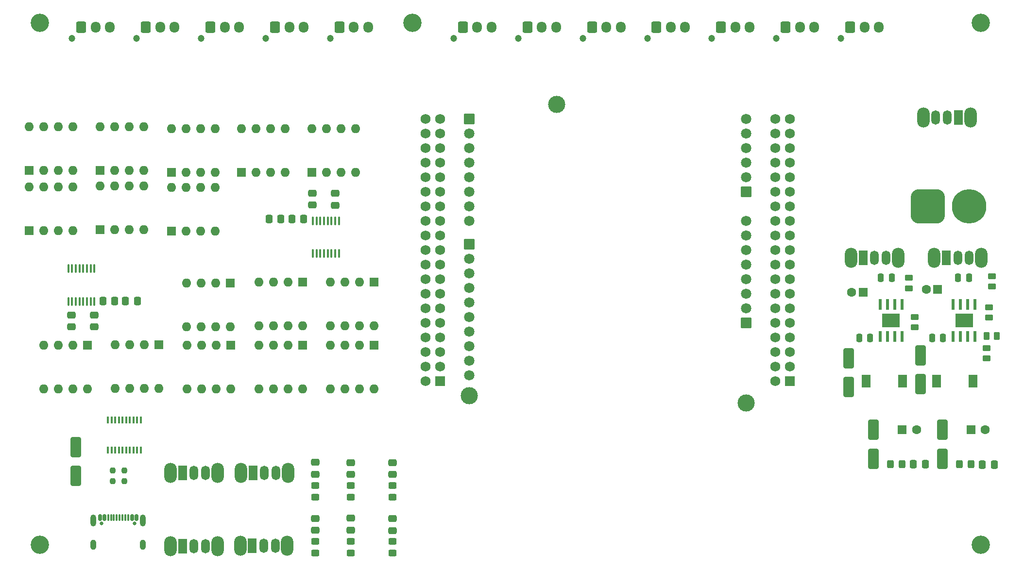
<source format=gbr>
%TF.GenerationSoftware,KiCad,Pcbnew,8.0.5*%
%TF.CreationDate,2024-10-01T19:03:58-07:00*%
%TF.ProjectId,MRIRobot_PCB,4d524952-6f62-46f7-945f-5043422e6b69,rev?*%
%TF.SameCoordinates,Original*%
%TF.FileFunction,Soldermask,Top*%
%TF.FilePolarity,Negative*%
%FSLAX46Y46*%
G04 Gerber Fmt 4.6, Leading zero omitted, Abs format (unit mm)*
G04 Created by KiCad (PCBNEW 8.0.5) date 2024-10-01 19:03:58*
%MOMM*%
%LPD*%
G01*
G04 APERTURE LIST*
G04 Aperture macros list*
%AMRoundRect*
0 Rectangle with rounded corners*
0 $1 Rounding radius*
0 $2 $3 $4 $5 $6 $7 $8 $9 X,Y pos of 4 corners*
0 Add a 4 corners polygon primitive as box body*
4,1,4,$2,$3,$4,$5,$6,$7,$8,$9,$2,$3,0*
0 Add four circle primitives for the rounded corners*
1,1,$1+$1,$2,$3*
1,1,$1+$1,$4,$5*
1,1,$1+$1,$6,$7*
1,1,$1+$1,$8,$9*
0 Add four rect primitives between the rounded corners*
20,1,$1+$1,$2,$3,$4,$5,0*
20,1,$1+$1,$4,$5,$6,$7,0*
20,1,$1+$1,$6,$7,$8,$9,0*
20,1,$1+$1,$8,$9,$2,$3,0*%
G04 Aperture macros list end*
%ADD10RoundRect,0.250000X0.475000X-0.337500X0.475000X0.337500X-0.475000X0.337500X-0.475000X-0.337500X0*%
%ADD11C,1.200000*%
%ADD12RoundRect,0.250000X-0.600000X-0.725000X0.600000X-0.725000X0.600000X0.725000X-0.600000X0.725000X0*%
%ADD13O,1.700000X1.950000*%
%ADD14R,1.600000X1.600000*%
%ADD15O,1.600000X1.600000*%
%ADD16RoundRect,0.250000X-0.450000X0.262500X-0.450000X-0.262500X0.450000X-0.262500X0.450000X0.262500X0*%
%ADD17R,0.610000X1.910000*%
%ADD18R,1.550000X1.205000*%
%ADD19RoundRect,0.250000X0.450000X-0.262500X0.450000X0.262500X-0.450000X0.262500X-0.450000X-0.262500X0*%
%ADD20O,2.200000X3.500000*%
%ADD21R,1.500000X2.500000*%
%ADD22O,1.500000X2.500000*%
%ADD23RoundRect,0.250000X-0.650000X1.500000X-0.650000X-1.500000X0.650000X-1.500000X0.650000X1.500000X0*%
%ADD24RoundRect,0.250000X-0.450000X0.325000X-0.450000X-0.325000X0.450000X-0.325000X0.450000X0.325000X0*%
%ADD25RoundRect,0.250000X0.325000X0.450000X-0.325000X0.450000X-0.325000X-0.450000X0.325000X-0.450000X0*%
%ADD26RoundRect,0.250000X-0.337500X-0.475000X0.337500X-0.475000X0.337500X0.475000X-0.337500X0.475000X0*%
%ADD27C,1.600000*%
%ADD28RoundRect,0.100000X0.100000X-0.637500X0.100000X0.637500X-0.100000X0.637500X-0.100000X-0.637500X0*%
%ADD29RoundRect,0.250000X-0.475000X0.337500X-0.475000X-0.337500X0.475000X-0.337500X0.475000X0.337500X0*%
%ADD30RoundRect,0.250000X0.650000X-1.500000X0.650000X1.500000X-0.650000X1.500000X-0.650000X-1.500000X0*%
%ADD31C,3.200000*%
%ADD32C,3.000000*%
%ADD33RoundRect,0.102000X0.802500X0.802500X-0.802500X0.802500X-0.802500X-0.802500X0.802500X-0.802500X0*%
%ADD34C,1.809000*%
%ADD35RoundRect,0.102000X0.765000X0.765000X-0.765000X0.765000X-0.765000X-0.765000X0.765000X-0.765000X0*%
%ADD36C,1.734000*%
%ADD37RoundRect,0.250000X-0.262500X-0.450000X0.262500X-0.450000X0.262500X0.450000X-0.262500X0.450000X0*%
%ADD38RoundRect,1.500000X-1.500000X-1.500000X1.500000X-1.500000X1.500000X1.500000X-1.500000X1.500000X0*%
%ADD39C,6.000000*%
%ADD40R,0.400000X1.200000*%
%ADD41R,1.500000X2.200000*%
%ADD42RoundRect,0.250000X-0.250000X-0.475000X0.250000X-0.475000X0.250000X0.475000X-0.250000X0.475000X0*%
%ADD43RoundRect,0.250000X0.250000X0.475000X-0.250000X0.475000X-0.250000X-0.475000X0.250000X-0.475000X0*%
%ADD44RoundRect,0.237500X0.237500X-0.250000X0.237500X0.250000X-0.237500X0.250000X-0.237500X-0.250000X0*%
%ADD45RoundRect,0.250000X0.337500X0.475000X-0.337500X0.475000X-0.337500X-0.475000X0.337500X-0.475000X0*%
%ADD46C,0.650000*%
%ADD47RoundRect,0.150000X-0.150000X-0.425000X0.150000X-0.425000X0.150000X0.425000X-0.150000X0.425000X0*%
%ADD48RoundRect,0.075000X-0.075000X-0.500000X0.075000X-0.500000X0.075000X0.500000X-0.075000X0.500000X0*%
%ADD49O,1.000000X2.100000*%
%ADD50O,1.000000X1.800000*%
%ADD51RoundRect,0.100000X-0.100000X0.637500X-0.100000X-0.637500X0.100000X-0.637500X0.100000X0.637500X0*%
G04 APERTURE END LIST*
D10*
%TO.C,C22*%
X109500000Y-103825000D03*
X109500000Y-101750000D03*
%TD*%
D11*
%TO.C,J3*%
X86150000Y-74750000D03*
D12*
X87750000Y-72750000D03*
D13*
X90250000Y-72750000D03*
X92750000Y-72750000D03*
%TD*%
D14*
%TO.C,U18*%
X80950000Y-98050000D03*
D15*
X83490000Y-98050000D03*
X86030000Y-98050000D03*
X88570000Y-98050000D03*
X88570000Y-90430000D03*
X86030000Y-90430000D03*
X83490000Y-90430000D03*
X80950000Y-90430000D03*
%TD*%
D14*
%TO.C,U13*%
X116300000Y-128200000D03*
D15*
X113760000Y-128200000D03*
X111220000Y-128200000D03*
X108680000Y-128200000D03*
X108680000Y-135820000D03*
X111220000Y-135820000D03*
X113760000Y-135820000D03*
X116300000Y-135820000D03*
%TD*%
D16*
%TO.C,R58*%
X224000000Y-116175000D03*
X224000000Y-118000000D03*
%TD*%
D17*
%TO.C,U4*%
X204460000Y-126677500D03*
X205730000Y-126677500D03*
X207000000Y-126677500D03*
X208270000Y-126677500D03*
X208270000Y-121117500D03*
X207000000Y-121117500D03*
X205730000Y-121117500D03*
X204460000Y-121117500D03*
D18*
X205590000Y-124500000D03*
X207140000Y-124500000D03*
X205590000Y-123295000D03*
X207140000Y-123295000D03*
%TD*%
D19*
%TO.C,R63*%
X223000000Y-130530000D03*
X223000000Y-128705000D03*
%TD*%
D20*
%TO.C,SW4*%
X80800000Y-150500000D03*
X89000000Y-150500000D03*
D21*
X82900000Y-150500000D03*
D22*
X84900000Y-150500000D03*
X86900000Y-150500000D03*
%TD*%
D23*
%TO.C,D1*%
X64250000Y-146000000D03*
X64250000Y-151000000D03*
%TD*%
D24*
%TO.C,D12*%
X119500000Y-152662500D03*
X119500000Y-154712500D03*
%TD*%
D25*
%TO.C,D7*%
X220317621Y-149000000D03*
X218267621Y-149000000D03*
%TD*%
D26*
%TO.C,R69*%
X222292621Y-149040000D03*
X224367621Y-149040000D03*
%TD*%
D14*
%TO.C,U14*%
X116300000Y-117200000D03*
D15*
X113760000Y-117200000D03*
X111220000Y-117200000D03*
X108680000Y-117200000D03*
X108680000Y-124820000D03*
X111220000Y-124820000D03*
X113760000Y-124820000D03*
X116300000Y-124820000D03*
%TD*%
D20*
%TO.C,SW2*%
X213900000Y-113000000D03*
X222100000Y-113000000D03*
D21*
X216000000Y-113000000D03*
D22*
X218000000Y-113000000D03*
X220000000Y-113000000D03*
%TD*%
D14*
%TO.C,U10*%
X91300000Y-128200000D03*
D15*
X88760000Y-128200000D03*
X86220000Y-128200000D03*
X83680000Y-128200000D03*
X83680000Y-135820000D03*
X86220000Y-135820000D03*
X88760000Y-135820000D03*
X91300000Y-135820000D03*
%TD*%
D20*
%TO.C,SW7*%
X220250000Y-88500000D03*
X212050000Y-88500000D03*
D21*
X218150000Y-88500000D03*
D22*
X216150000Y-88500000D03*
X214150000Y-88500000D03*
%TD*%
D14*
%TO.C,C11*%
X220317621Y-143000000D03*
D27*
X222817621Y-143000000D03*
%TD*%
D28*
%TO.C,U3*%
X105600000Y-112250000D03*
X106250000Y-112250000D03*
X106900000Y-112250000D03*
X107550000Y-112250000D03*
X108200000Y-112250000D03*
X108850000Y-112250000D03*
X109500000Y-112250000D03*
X110150000Y-112250000D03*
X110150000Y-106525000D03*
X109500000Y-106525000D03*
X108850000Y-106525000D03*
X108200000Y-106525000D03*
X107550000Y-106525000D03*
X106900000Y-106525000D03*
X106250000Y-106525000D03*
X105600000Y-106525000D03*
%TD*%
D14*
%TO.C,C3*%
X214500000Y-118500000D03*
D27*
X212500000Y-118500000D03*
%TD*%
D29*
%TO.C,C23*%
X63500000Y-122962500D03*
X63500000Y-125037500D03*
%TD*%
D17*
%TO.C,U5*%
X217230000Y-126677500D03*
X218500000Y-126677500D03*
X219770000Y-126677500D03*
X221040000Y-126677500D03*
X221040000Y-121117500D03*
X219770000Y-121117500D03*
X218500000Y-121117500D03*
X217230000Y-121117500D03*
D18*
X218360000Y-124500000D03*
X219910000Y-124500000D03*
X218360000Y-123295000D03*
X219910000Y-123295000D03*
%TD*%
D26*
%TO.C,R68*%
X210292621Y-149000000D03*
X212367621Y-149000000D03*
%TD*%
D10*
%TO.C,R6*%
X112250000Y-150787500D03*
X112250000Y-148712500D03*
%TD*%
D30*
%TO.C,D4*%
X203317621Y-148000000D03*
X203317621Y-143000000D03*
%TD*%
D11*
%TO.C,J2*%
X74900000Y-74750000D03*
D12*
X76500000Y-72750000D03*
D13*
X79000000Y-72750000D03*
X81500000Y-72750000D03*
%TD*%
D20*
%TO.C,SW3*%
X93050000Y-150500000D03*
X101250000Y-150500000D03*
D21*
X95150000Y-150500000D03*
D22*
X97150000Y-150500000D03*
X99150000Y-150500000D03*
%TD*%
D14*
%TO.C,U8*%
X78750000Y-128130000D03*
D15*
X76210000Y-128130000D03*
X73670000Y-128130000D03*
X71130000Y-128130000D03*
X71130000Y-135750000D03*
X73670000Y-135750000D03*
X76210000Y-135750000D03*
X78750000Y-135750000D03*
%TD*%
D31*
%TO.C,H5*%
X123000000Y-72000000D03*
%TD*%
D32*
%TO.C,U1*%
X181130000Y-138270000D03*
X148110000Y-86200000D03*
X132870000Y-137000000D03*
D33*
X132870000Y-110580000D03*
D34*
X132870000Y-113120000D03*
X132870000Y-115660000D03*
X132870000Y-118200000D03*
X132870000Y-120740000D03*
X132870000Y-123280000D03*
X132870000Y-125820000D03*
X132870000Y-128360000D03*
X132870000Y-130900000D03*
X132870000Y-133440000D03*
D33*
X181130000Y-124300000D03*
D34*
X181130000Y-121760000D03*
X181130000Y-119220000D03*
X181130000Y-116680000D03*
X181130000Y-114140000D03*
X181130000Y-111600000D03*
X181130000Y-109060000D03*
X181130000Y-106520000D03*
D35*
X188750000Y-134460000D03*
D36*
X186210000Y-134460000D03*
X188750000Y-131920000D03*
X186210000Y-131920000D03*
X188750000Y-129380000D03*
X186210000Y-129380000D03*
X188750000Y-126840000D03*
X186210000Y-126840000D03*
X188750000Y-124300000D03*
X186210000Y-124300000D03*
X188750000Y-121760000D03*
X186210000Y-121760000D03*
X188750000Y-119220000D03*
X186210000Y-119220000D03*
X188750000Y-116680000D03*
X186210000Y-116680000D03*
X188750000Y-114140000D03*
X186210000Y-114140000D03*
X188750000Y-111600000D03*
X186210000Y-111600000D03*
X188750000Y-109060000D03*
X186210000Y-109060000D03*
X188750000Y-106520000D03*
X186210000Y-106520000D03*
X188750000Y-103980000D03*
X186210000Y-103980000D03*
X188750000Y-101440000D03*
X186210000Y-101440000D03*
X188750000Y-98900000D03*
X186210000Y-98900000D03*
X188750000Y-96360000D03*
X186210000Y-96360000D03*
X188750000Y-93820000D03*
X186210000Y-93820000D03*
X188750000Y-91280000D03*
X186210000Y-91280000D03*
X188750000Y-88740000D03*
X186210000Y-88740000D03*
D33*
X181130000Y-101440000D03*
D34*
X181130000Y-98900000D03*
X181130000Y-96360000D03*
X181130000Y-93820000D03*
X181130000Y-91280000D03*
X181130000Y-88740000D03*
D33*
X132870000Y-88740000D03*
D34*
X132870000Y-91280000D03*
X132870000Y-93820000D03*
X132870000Y-96360000D03*
X132870000Y-98900000D03*
X132870000Y-101440000D03*
X132870000Y-103980000D03*
X132870000Y-106520000D03*
D35*
X127790000Y-134460000D03*
D36*
X125250000Y-134460000D03*
X127790000Y-131920000D03*
X125250000Y-131920000D03*
X127790000Y-129380000D03*
X125250000Y-129380000D03*
X127790000Y-126840000D03*
X125250000Y-126840000D03*
X127790000Y-124300000D03*
X125250000Y-124300000D03*
X127790000Y-121760000D03*
X125250000Y-121760000D03*
X127790000Y-119220000D03*
X125250000Y-119220000D03*
X127790000Y-116680000D03*
X125250000Y-116680000D03*
X127790000Y-114140000D03*
X125250000Y-114140000D03*
X127790000Y-111600000D03*
X125250000Y-111600000D03*
X127790000Y-109060000D03*
X125250000Y-109060000D03*
X127790000Y-106520000D03*
X125250000Y-106520000D03*
X127790000Y-103980000D03*
X125250000Y-103980000D03*
X127790000Y-101440000D03*
X125250000Y-101440000D03*
X127790000Y-98900000D03*
X125250000Y-98900000D03*
X127790000Y-96360000D03*
X125250000Y-96360000D03*
X127790000Y-93820000D03*
X125250000Y-93820000D03*
X127790000Y-91280000D03*
X125250000Y-91280000D03*
X127790000Y-88740000D03*
X125250000Y-88740000D03*
%TD*%
D14*
%TO.C,U15*%
X105450000Y-98050000D03*
D15*
X107990000Y-98050000D03*
X110530000Y-98050000D03*
X113070000Y-98050000D03*
X113070000Y-90430000D03*
X110530000Y-90430000D03*
X107990000Y-90430000D03*
X105450000Y-90430000D03*
%TD*%
D16*
%TO.C,R56*%
X209500000Y-116500000D03*
X209500000Y-118325000D03*
%TD*%
D37*
%TO.C,R62*%
X223000000Y-126617500D03*
X224825000Y-126617500D03*
%TD*%
D14*
%TO.C,C10*%
X208317621Y-143000000D03*
D27*
X210817621Y-143000000D03*
%TD*%
D14*
%TO.C,U20*%
X68500000Y-97750000D03*
D15*
X71040000Y-97750000D03*
X73580000Y-97750000D03*
X76120000Y-97750000D03*
X76120000Y-90130000D03*
X73580000Y-90130000D03*
X71040000Y-90130000D03*
X68500000Y-90130000D03*
%TD*%
D30*
%TO.C,D5*%
X215317621Y-148000000D03*
X215317621Y-143000000D03*
%TD*%
D16*
%TO.C,R57*%
X210500000Y-123292500D03*
X210500000Y-125117500D03*
%TD*%
D24*
%TO.C,D9*%
X106000000Y-152687500D03*
X106000000Y-154737500D03*
%TD*%
D14*
%TO.C,U21*%
X56130000Y-97750000D03*
D15*
X58670000Y-97750000D03*
X61210000Y-97750000D03*
X63750000Y-97750000D03*
X63750000Y-90130000D03*
X61210000Y-90130000D03*
X58670000Y-90130000D03*
X56130000Y-90130000D03*
%TD*%
D10*
%TO.C,R74*%
X112250000Y-160462500D03*
X112250000Y-158387500D03*
%TD*%
D38*
%TO.C,J9*%
X212800000Y-104000000D03*
D39*
X220000000Y-104000000D03*
%TD*%
D10*
%TO.C,C27*%
X105500000Y-103787500D03*
X105500000Y-101712500D03*
%TD*%
D11*
%TO.C,J1*%
X63650000Y-74750000D03*
D12*
X65250000Y-72750000D03*
D13*
X67750000Y-72750000D03*
X70250000Y-72750000D03*
%TD*%
D11*
%TO.C,J12*%
X175150000Y-74750000D03*
D12*
X176750000Y-72750000D03*
D13*
X179250000Y-72750000D03*
X181750000Y-72750000D03*
%TD*%
D24*
%TO.C,D11*%
X119500000Y-162437500D03*
X119500000Y-164487500D03*
%TD*%
D10*
%TO.C,R70*%
X106000000Y-160500000D03*
X106000000Y-158425000D03*
%TD*%
D31*
%TO.C,H1*%
X58000000Y-163000000D03*
%TD*%
D11*
%TO.C,J7*%
X130150000Y-74750000D03*
D12*
X131750000Y-72750000D03*
D13*
X134250000Y-72750000D03*
X136750000Y-72750000D03*
%TD*%
D40*
%TO.C,U2*%
X75607500Y-141300000D03*
X74972500Y-141300000D03*
X74337500Y-141300000D03*
X73702500Y-141300000D03*
X73067500Y-141300000D03*
X72432500Y-141300000D03*
X71797500Y-141300000D03*
X71162500Y-141300000D03*
X70527500Y-141300000D03*
X69892500Y-141300000D03*
X69892500Y-146500000D03*
X70527500Y-146500000D03*
X71162500Y-146500000D03*
X71797500Y-146500000D03*
X72432500Y-146500000D03*
X73067500Y-146500000D03*
X73702500Y-146500000D03*
X74337500Y-146500000D03*
X74972500Y-146500000D03*
X75607500Y-146500000D03*
%TD*%
D41*
%TO.C,L1*%
X202000000Y-134500000D03*
X208400000Y-134500000D03*
%TD*%
D42*
%TO.C,C5*%
X218050000Y-116500000D03*
X219950000Y-116500000D03*
%TD*%
D11*
%TO.C,J13*%
X186400000Y-74750000D03*
D12*
X188000000Y-72750000D03*
D13*
X190500000Y-72750000D03*
X193000000Y-72750000D03*
%TD*%
D14*
%TO.C,U22*%
X56130000Y-108250000D03*
D15*
X58670000Y-108250000D03*
X61210000Y-108250000D03*
X63750000Y-108250000D03*
X63750000Y-100630000D03*
X61210000Y-100630000D03*
X58670000Y-100630000D03*
X56130000Y-100630000D03*
%TD*%
D31*
%TO.C,H4*%
X58000000Y-72000000D03*
%TD*%
D43*
%TO.C,C9*%
X215450000Y-127000000D03*
X213550000Y-127000000D03*
%TD*%
D26*
%TO.C,R20*%
X101925000Y-106250000D03*
X104000000Y-106250000D03*
%TD*%
D30*
%TO.C,D2*%
X199000000Y-135500000D03*
X199000000Y-130500000D03*
%TD*%
D44*
%TO.C,R22*%
X70750000Y-151912500D03*
X70750000Y-150087500D03*
%TD*%
D14*
%TO.C,U16*%
X93200000Y-98050000D03*
D15*
X95740000Y-98050000D03*
X98280000Y-98050000D03*
X100820000Y-98050000D03*
X100820000Y-90430000D03*
X98280000Y-90430000D03*
X95740000Y-90430000D03*
X93200000Y-90430000D03*
%TD*%
D31*
%TO.C,H6*%
X222000000Y-72000000D03*
%TD*%
D10*
%TO.C,R5*%
X119500000Y-150787500D03*
X119500000Y-148712500D03*
%TD*%
D29*
%TO.C,C26*%
X67500000Y-122962500D03*
X67500000Y-125037500D03*
%TD*%
D45*
%TO.C,R23*%
X71075000Y-120500000D03*
X69000000Y-120500000D03*
%TD*%
D11*
%TO.C,J8*%
X141400000Y-74750000D03*
D12*
X143000000Y-72750000D03*
D13*
X145500000Y-72750000D03*
X148000000Y-72750000D03*
%TD*%
D20*
%TO.C,SW6*%
X80800000Y-163250000D03*
X89000000Y-163250000D03*
D21*
X82900000Y-163250000D03*
D22*
X84900000Y-163250000D03*
X86900000Y-163250000D03*
%TD*%
D14*
%TO.C,U12*%
X103800000Y-128200000D03*
D15*
X101260000Y-128200000D03*
X98720000Y-128200000D03*
X96180000Y-128200000D03*
X96180000Y-135820000D03*
X98720000Y-135820000D03*
X101260000Y-135820000D03*
X103800000Y-135820000D03*
%TD*%
D10*
%TO.C,R75*%
X119460000Y-160537500D03*
X119460000Y-158462500D03*
%TD*%
D46*
%TO.C,J4*%
X68790000Y-159320000D03*
X74570000Y-159320000D03*
D47*
X68480000Y-158245000D03*
X69280000Y-158245000D03*
D48*
X70430000Y-158245000D03*
X71430000Y-158245000D03*
X71930000Y-158245000D03*
X72930000Y-158245000D03*
D47*
X74080000Y-158245000D03*
X74880000Y-158245000D03*
X74880000Y-158245000D03*
X74080000Y-158245000D03*
D48*
X73430000Y-158245000D03*
X72430000Y-158245000D03*
X70930000Y-158245000D03*
X69930000Y-158245000D03*
D47*
X69280000Y-158245000D03*
X68480000Y-158245000D03*
D49*
X67360000Y-158820000D03*
D50*
X67360000Y-163000000D03*
D49*
X76000000Y-158820000D03*
D50*
X76000000Y-163000000D03*
%TD*%
D26*
%TO.C,C25*%
X72962500Y-120500000D03*
X75037500Y-120500000D03*
%TD*%
D30*
%TO.C,D3*%
X211500000Y-135000000D03*
X211500000Y-130000000D03*
%TD*%
D14*
%TO.C,C2*%
X201500000Y-119000000D03*
D27*
X199500000Y-119000000D03*
%TD*%
D11*
%TO.C,J6*%
X108650000Y-74750000D03*
D12*
X110250000Y-72750000D03*
D13*
X112750000Y-72750000D03*
X115250000Y-72750000D03*
%TD*%
D51*
%TO.C,U6*%
X67525000Y-114887500D03*
X66875000Y-114887500D03*
X66225000Y-114887500D03*
X65575000Y-114887500D03*
X64925000Y-114887500D03*
X64275000Y-114887500D03*
X63625000Y-114887500D03*
X62975000Y-114887500D03*
X62975000Y-120612500D03*
X63625000Y-120612500D03*
X64275000Y-120612500D03*
X64925000Y-120612500D03*
X65575000Y-120612500D03*
X66225000Y-120612500D03*
X66875000Y-120612500D03*
X67525000Y-120612500D03*
%TD*%
D43*
%TO.C,C8*%
X202750000Y-127000000D03*
X200850000Y-127000000D03*
%TD*%
D25*
%TO.C,D6*%
X208317621Y-149000000D03*
X206267621Y-149000000D03*
%TD*%
D11*
%TO.C,J11*%
X163900000Y-74750000D03*
D12*
X165500000Y-72750000D03*
D13*
X168000000Y-72750000D03*
X170500000Y-72750000D03*
%TD*%
D20*
%TO.C,SW5*%
X92950000Y-163202500D03*
X101150000Y-163202500D03*
D21*
X95050000Y-163202500D03*
D22*
X97050000Y-163202500D03*
X99050000Y-163202500D03*
%TD*%
D24*
%TO.C,D10*%
X112250000Y-162400000D03*
X112250000Y-164450000D03*
%TD*%
D41*
%TO.C,L2*%
X214300000Y-134500000D03*
X220700000Y-134500000D03*
%TD*%
D24*
%TO.C,D8*%
X106000000Y-162437500D03*
X106000000Y-164487500D03*
%TD*%
D31*
%TO.C,H3*%
X222000000Y-163000000D03*
%TD*%
D44*
%TO.C,R21*%
X72750000Y-151912500D03*
X72750000Y-150087500D03*
%TD*%
D24*
%TO.C,D13*%
X112250000Y-152662500D03*
X112250000Y-154712500D03*
%TD*%
D14*
%TO.C,U11*%
X103800000Y-117200000D03*
D15*
X101260000Y-117200000D03*
X98720000Y-117200000D03*
X96180000Y-117200000D03*
X96180000Y-124820000D03*
X98720000Y-124820000D03*
X101260000Y-124820000D03*
X103800000Y-124820000D03*
%TD*%
D11*
%TO.C,J5*%
X97400000Y-74750000D03*
D12*
X99000000Y-72750000D03*
D13*
X101500000Y-72750000D03*
X104000000Y-72750000D03*
%TD*%
D14*
%TO.C,U17*%
X81000000Y-108300000D03*
D15*
X83540000Y-108300000D03*
X86080000Y-108300000D03*
X88620000Y-108300000D03*
X88620000Y-100680000D03*
X86080000Y-100680000D03*
X83540000Y-100680000D03*
X81000000Y-100680000D03*
%TD*%
D14*
%TO.C,U19*%
X68500000Y-108120000D03*
D15*
X71040000Y-108120000D03*
X73580000Y-108120000D03*
X76120000Y-108120000D03*
X76120000Y-100500000D03*
X73580000Y-100500000D03*
X71040000Y-100500000D03*
X68500000Y-100500000D03*
%TD*%
D20*
%TO.C,SW1*%
X199400000Y-113000000D03*
X207600000Y-113000000D03*
D21*
X201500000Y-113000000D03*
D22*
X203500000Y-113000000D03*
X205500000Y-113000000D03*
%TD*%
D42*
%TO.C,C4*%
X204600000Y-116500000D03*
X206500000Y-116500000D03*
%TD*%
D11*
%TO.C,J10*%
X152650000Y-74750000D03*
D12*
X154250000Y-72750000D03*
D13*
X156750000Y-72750000D03*
X159250000Y-72750000D03*
%TD*%
D16*
%TO.C,R59*%
X223500000Y-121617500D03*
X223500000Y-123442500D03*
%TD*%
D14*
%TO.C,U9*%
X91250000Y-117380000D03*
D15*
X88710000Y-117380000D03*
X86170000Y-117380000D03*
X83630000Y-117380000D03*
X83630000Y-125000000D03*
X86170000Y-125000000D03*
X88710000Y-125000000D03*
X91250000Y-125000000D03*
%TD*%
D45*
%TO.C,C24*%
X100037500Y-106250000D03*
X97962500Y-106250000D03*
%TD*%
D14*
%TO.C,U7*%
X66300000Y-128200000D03*
D15*
X63760000Y-128200000D03*
X61220000Y-128200000D03*
X58680000Y-128200000D03*
X58680000Y-135820000D03*
X61220000Y-135820000D03*
X63760000Y-135820000D03*
X66300000Y-135820000D03*
%TD*%
D11*
%TO.C,J14*%
X197650000Y-74750000D03*
D12*
X199250000Y-72750000D03*
D13*
X201750000Y-72750000D03*
X204250000Y-72750000D03*
%TD*%
D10*
%TO.C,R71*%
X106000000Y-150750000D03*
X106000000Y-148675000D03*
%TD*%
M02*

</source>
